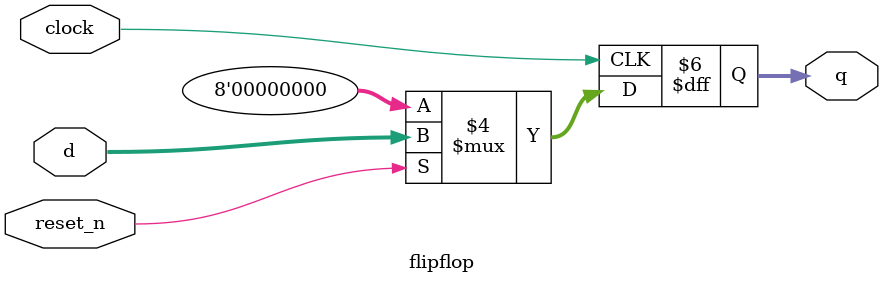
<source format=v>
module shifter(SW, KEY, LEDR);
	input [9:0] SW; // SW[7:0] = LoadVal[7:0]; SW[9] = reset_n
	input [3:0] KEY; // KEY[0] = clk; KEY[1] = Load_n; KEY[2] = ShiftRight; KEY[3] = ASR
	output [7:0] LEDR; // LEDR = q
	
	shifter8bit s(
		.LoadVal(SW[7:0]),
		.Load_n(KEY[1]),
		.ShiftRight(KEY[2]),
		.ASR(KEY[3]),
		.clk(KEY[0]),
		.reset_n(SW[9]),
		.q(LEDR[7:0])
	);
endmodule

module shifter8bit(LoadVal, Load_n, ShiftRight, ASR, clk, reset_n, q);
	input [7:0]LoadVal;
	input Load_n;
	input ShiftRight;
	input ASR;
	input clk;
	input reset_n;
	output [7:0]q;
	
	wire wout;
	
	asrcircuit asr(
					.asr(ASR),
					.first(LoadVal[7]),
					.m(wout)
	);
	
	shifterbit s7(
					.in(wout),
					.load_val(LoadVal[7]),
					.load_n(Load_n),
					.shift(ShiftRight),
					.clk(clk),
					.reset_n(reset_n),
					.out(q[7])
	);
	
	shifterbit s6(
					.in(q[7]),
					.load_val(LoadVal[6]),
					.load_n(Load_n),
					.shift(ShiftRight),
					.clk(clk),
					.reset_n(reset_n),
					.out(q[6])
	);
	
	shifterbit s5(
					.in(q[6]),
					.load_val(LoadVal[5]),
					.load_n(Load_n),
					.shift(ShiftRight),
					.clk(clk),
					.reset_n(reset_n),
					.out(q[5])
	);
	
	shifterbit s4(
					.in(q[5]),
					.load_val(LoadVal[4]),
					.load_n(Load_n),
					.shift(ShiftRight),
					.clk(clk),
					.reset_n(reset_n),
					.out(q[4])
	);
	
	shifterbit s3(
					.in(q[4]),
					.load_val(LoadVal[3]),
					.load_n(Load_n),
					.shift(ShiftRight),
					.clk(clk),
					.reset_n(reset_n),
					.out(q[3])
	);
	
	shifterbit s2(
					.in(q[3]),
					.load_val(LoadVal[2]),
					.load_n(Load_n),
					.shift(ShiftRight),
					.clk(clk),
					.reset_n(reset_n),
					.out(q[2])
	);
	
	shifterbit s1(
					.in(q[2]),
					.load_val(LoadVal[1]),
					.load_n(Load_n),
					.shift(ShiftRight),
					.clk(clk),
					.reset_n(reset_n),
					.out(q[1])
	);
	
	shifterbit s0(
					.in(q[1]),
					.load_val(LoadVal[0]),
					.load_n(Load_n),
					.shift(ShiftRight),
					.clk(clk),
					.reset_n(reset_n),
					.out(q[0])
	);
endmodule

module shifterbit(in, load_val, load_n, shift, clk, reset_n, out);
	input in;
	input load_val;
	input load_n;
	input shift;
	input clk;
	input reset_n;
	output out;
	
	wire data_from_other_mux;
	wire data_to_dff;
	
	mux2to1 M0(
			.x(out),
			.y(in),
			.s(shift),
			.m(data_from_other_mux)
	);
	
	mux2to1 M1(
			.x(load_val),
			.y(data_from_other_mux),
			.s(load_n),
			.m(data_to_dff)
	);
	
	flipflop F0(
			.d(data_to_dff),
			.q(out),
			.clock(clk),
			.reset_n(reset_n)
	);
	
endmodule

module asrcircuit(asr, first, m);
	input asr, first;
	output reg m;
	
	always @(*)
	begin
		if (asr == 1'b1)
			m <= first;
		else
			m <= 1'b0;
	end
endmodule


module mux2to1(x, y, s, m);
	input x; //selected when s is 0
	input y; //selected when s is 1
	input s; //select signal
	output m; //output
	
   assign m = s & y | ~s & x;
endmodule

module flipflop(d, q, clock, reset_n);
	input [7:0] d;
	input clock;
	input reset_n;
	output [7:0] q;
	
	reg [7:0] q;
	always @(posedge clock)
	begin
		if (reset_n == 1'b0)
			q <= 0;
		else
			q <= d;
	end
endmodule


</source>
